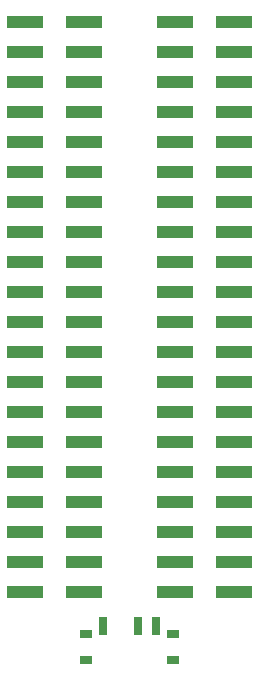
<source format=gbr>
%TF.GenerationSoftware,KiCad,Pcbnew,(6.0.4-0)*%
%TF.CreationDate,2022-06-07T12:02:57-06:00*%
%TF.ProjectId,ide_cable_select_switch,6964655f-6361-4626-9c65-5f73656c6563,rev?*%
%TF.SameCoordinates,Original*%
%TF.FileFunction,Paste,Top*%
%TF.FilePolarity,Positive*%
%FSLAX46Y46*%
G04 Gerber Fmt 4.6, Leading zero omitted, Abs format (unit mm)*
G04 Created by KiCad (PCBNEW (6.0.4-0)) date 2022-06-07 12:02:57*
%MOMM*%
%LPD*%
G01*
G04 APERTURE LIST*
%ADD10R,0.700000X1.500000*%
%ADD11R,1.000000X0.800000*%
%ADD12R,3.150000X1.000000*%
G04 APERTURE END LIST*
D10*
%TO.C,SW1*%
X157190000Y-111600000D03*
X155690000Y-111600000D03*
X152690000Y-111600000D03*
D11*
X151290000Y-112250000D03*
X151290000Y-114460000D03*
X158590000Y-114460000D03*
X158590000Y-112250000D03*
%TD*%
D12*
%TO.C,J2*%
X146065000Y-60452000D03*
X151115000Y-60452000D03*
X146065000Y-62992000D03*
X151115000Y-62992000D03*
X146065000Y-65532000D03*
X151115000Y-65532000D03*
X146065000Y-68072000D03*
X151115000Y-68072000D03*
X146065000Y-70612000D03*
X151115000Y-70612000D03*
X146065000Y-73152000D03*
X151115000Y-73152000D03*
X146065000Y-75692000D03*
X151115000Y-75692000D03*
X146065000Y-78232000D03*
X151115000Y-78232000D03*
X146065000Y-80772000D03*
X151115000Y-80772000D03*
X146065000Y-83312000D03*
X151115000Y-83312000D03*
X146065000Y-85852000D03*
X151115000Y-85852000D03*
X146065000Y-88392000D03*
X151115000Y-88392000D03*
X146065000Y-90932000D03*
X151115000Y-90932000D03*
X146065000Y-93472000D03*
X151115000Y-93472000D03*
X146065000Y-96012000D03*
X151115000Y-96012000D03*
X146065000Y-98552000D03*
X151115000Y-98552000D03*
X146065000Y-101092000D03*
X151115000Y-101092000D03*
X146065000Y-103632000D03*
X151115000Y-103632000D03*
X146065000Y-106172000D03*
X151115000Y-106172000D03*
X146065000Y-108712000D03*
X151115000Y-108712000D03*
%TD*%
%TO.C,J3*%
X158765000Y-60452000D03*
X163815000Y-60452000D03*
X158765000Y-62992000D03*
X163815000Y-62992000D03*
X158765000Y-65532000D03*
X163815000Y-65532000D03*
X158765000Y-68072000D03*
X163815000Y-68072000D03*
X158765000Y-70612000D03*
X163815000Y-70612000D03*
X158765000Y-73152000D03*
X163815000Y-73152000D03*
X158765000Y-75692000D03*
X163815000Y-75692000D03*
X158765000Y-78232000D03*
X163815000Y-78232000D03*
X158765000Y-80772000D03*
X163815000Y-80772000D03*
X158765000Y-83312000D03*
X163815000Y-83312000D03*
X158765000Y-85852000D03*
X163815000Y-85852000D03*
X158765000Y-88392000D03*
X163815000Y-88392000D03*
X158765000Y-90932000D03*
X163815000Y-90932000D03*
X158765000Y-93472000D03*
X163815000Y-93472000D03*
X158765000Y-96012000D03*
X163815000Y-96012000D03*
X158765000Y-98552000D03*
X163815000Y-98552000D03*
X158765000Y-101092000D03*
X163815000Y-101092000D03*
X158765000Y-103632000D03*
X163815000Y-103632000D03*
X158765000Y-106172000D03*
X163815000Y-106172000D03*
X158765000Y-108712000D03*
X163815000Y-108712000D03*
%TD*%
M02*

</source>
